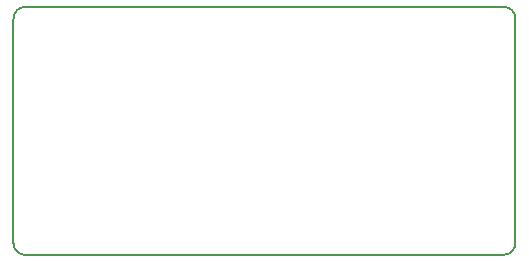
<source format=gm1>
G04 #@! TF.GenerationSoftware,KiCad,Pcbnew,(5.1.2)-1*
G04 #@! TF.CreationDate,2021-07-24T10:23:43+09:00*
G04 #@! TF.ProjectId,PS2USB,50533255-5342-42e6-9b69-6361645f7063,v2.1*
G04 #@! TF.SameCoordinates,Original*
G04 #@! TF.FileFunction,Profile,NP*
%FSLAX46Y46*%
G04 Gerber Fmt 4.6, Leading zero omitted, Abs format (unit mm)*
G04 Created by KiCad (PCBNEW (5.1.2)-1) date 2021-07-24 10:23:43*
%MOMM*%
%LPD*%
G04 APERTURE LIST*
%ADD10C,0.150000*%
G04 APERTURE END LIST*
D10*
X73500000Y-102000000D02*
G75*
G02X72500000Y-101000000I0J1000000D01*
G01*
X72500000Y-82000000D02*
G75*
G02X73500000Y-81000000I1000000J0D01*
G01*
X115000000Y-101000000D02*
G75*
G02X114000000Y-102000000I-1000000J0D01*
G01*
X114000000Y-81000000D02*
G75*
G02X115000000Y-82000000I0J-1000000D01*
G01*
X114000000Y-81000000D02*
X73500000Y-81000000D01*
X73500000Y-102000000D02*
X114000000Y-102000000D01*
X115000000Y-101000000D02*
X115000000Y-82000000D01*
X72500000Y-82000000D02*
X72500000Y-101000000D01*
M02*

</source>
